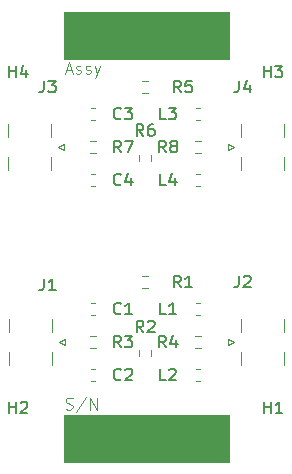
<source format=gbr>
%TF.GenerationSoftware,KiCad,Pcbnew,8.0.5-8.0.5-0~ubuntu22.04.1*%
%TF.CreationDate,2025-01-06T19:31:02-03:00*%
%TF.ProjectId,preenfasis,70726565-6e66-4617-9369-732e6b696361,v1.1*%
%TF.SameCoordinates,Original*%
%TF.FileFunction,Legend,Top*%
%TF.FilePolarity,Positive*%
%FSLAX46Y46*%
G04 Gerber Fmt 4.6, Leading zero omitted, Abs format (unit mm)*
G04 Created by KiCad (PCBNEW 8.0.5-8.0.5-0~ubuntu22.04.1) date 2025-01-06 19:31:02*
%MOMM*%
%LPD*%
G01*
G04 APERTURE LIST*
%ADD10C,0.100000*%
%ADD11C,0.150000*%
%ADD12C,0.120000*%
G04 APERTURE END LIST*
D10*
X105500000Y-95060000D02*
X119500000Y-95060000D01*
X119500000Y-99060000D01*
X105500000Y-99060000D01*
X105500000Y-95060000D01*
G36*
X105500000Y-95060000D02*
G01*
X119500000Y-95060000D01*
X119500000Y-99060000D01*
X105500000Y-99060000D01*
X105500000Y-95060000D01*
G37*
X105500000Y-60960000D02*
X119500000Y-60960000D01*
X119500000Y-64960000D01*
X105500000Y-64960000D01*
X105500000Y-60960000D01*
G36*
X105500000Y-60960000D02*
G01*
X119500000Y-60960000D01*
X119500000Y-64960000D01*
X105500000Y-64960000D01*
X105500000Y-60960000D01*
G37*
X105666265Y-65880704D02*
X106142455Y-65880704D01*
X105571027Y-66166419D02*
X105904360Y-65166419D01*
X105904360Y-65166419D02*
X106237693Y-66166419D01*
X106523408Y-66118800D02*
X106618646Y-66166419D01*
X106618646Y-66166419D02*
X106809122Y-66166419D01*
X106809122Y-66166419D02*
X106904360Y-66118800D01*
X106904360Y-66118800D02*
X106951979Y-66023561D01*
X106951979Y-66023561D02*
X106951979Y-65975942D01*
X106951979Y-65975942D02*
X106904360Y-65880704D01*
X106904360Y-65880704D02*
X106809122Y-65833085D01*
X106809122Y-65833085D02*
X106666265Y-65833085D01*
X106666265Y-65833085D02*
X106571027Y-65785466D01*
X106571027Y-65785466D02*
X106523408Y-65690228D01*
X106523408Y-65690228D02*
X106523408Y-65642609D01*
X106523408Y-65642609D02*
X106571027Y-65547371D01*
X106571027Y-65547371D02*
X106666265Y-65499752D01*
X106666265Y-65499752D02*
X106809122Y-65499752D01*
X106809122Y-65499752D02*
X106904360Y-65547371D01*
X107332932Y-66118800D02*
X107428170Y-66166419D01*
X107428170Y-66166419D02*
X107618646Y-66166419D01*
X107618646Y-66166419D02*
X107713884Y-66118800D01*
X107713884Y-66118800D02*
X107761503Y-66023561D01*
X107761503Y-66023561D02*
X107761503Y-65975942D01*
X107761503Y-65975942D02*
X107713884Y-65880704D01*
X107713884Y-65880704D02*
X107618646Y-65833085D01*
X107618646Y-65833085D02*
X107475789Y-65833085D01*
X107475789Y-65833085D02*
X107380551Y-65785466D01*
X107380551Y-65785466D02*
X107332932Y-65690228D01*
X107332932Y-65690228D02*
X107332932Y-65642609D01*
X107332932Y-65642609D02*
X107380551Y-65547371D01*
X107380551Y-65547371D02*
X107475789Y-65499752D01*
X107475789Y-65499752D02*
X107618646Y-65499752D01*
X107618646Y-65499752D02*
X107713884Y-65547371D01*
X108094837Y-65499752D02*
X108332932Y-66166419D01*
X108571027Y-65499752D02*
X108332932Y-66166419D01*
X108332932Y-66166419D02*
X108237694Y-66404514D01*
X108237694Y-66404514D02*
X108190075Y-66452133D01*
X108190075Y-66452133D02*
X108094837Y-66499752D01*
X105666265Y-94566800D02*
X105809122Y-94614419D01*
X105809122Y-94614419D02*
X106047217Y-94614419D01*
X106047217Y-94614419D02*
X106142455Y-94566800D01*
X106142455Y-94566800D02*
X106190074Y-94519180D01*
X106190074Y-94519180D02*
X106237693Y-94423942D01*
X106237693Y-94423942D02*
X106237693Y-94328704D01*
X106237693Y-94328704D02*
X106190074Y-94233466D01*
X106190074Y-94233466D02*
X106142455Y-94185847D01*
X106142455Y-94185847D02*
X106047217Y-94138228D01*
X106047217Y-94138228D02*
X105856741Y-94090609D01*
X105856741Y-94090609D02*
X105761503Y-94042990D01*
X105761503Y-94042990D02*
X105713884Y-93995371D01*
X105713884Y-93995371D02*
X105666265Y-93900133D01*
X105666265Y-93900133D02*
X105666265Y-93804895D01*
X105666265Y-93804895D02*
X105713884Y-93709657D01*
X105713884Y-93709657D02*
X105761503Y-93662038D01*
X105761503Y-93662038D02*
X105856741Y-93614419D01*
X105856741Y-93614419D02*
X106094836Y-93614419D01*
X106094836Y-93614419D02*
X106237693Y-93662038D01*
X107380550Y-93566800D02*
X106523408Y-94852514D01*
X107713884Y-94614419D02*
X107713884Y-93614419D01*
X107713884Y-93614419D02*
X108285312Y-94614419D01*
X108285312Y-94614419D02*
X108285312Y-93614419D01*
D11*
X114133333Y-92148819D02*
X113657143Y-92148819D01*
X113657143Y-92148819D02*
X113657143Y-91148819D01*
X114419048Y-91244057D02*
X114466667Y-91196438D01*
X114466667Y-91196438D02*
X114561905Y-91148819D01*
X114561905Y-91148819D02*
X114800000Y-91148819D01*
X114800000Y-91148819D02*
X114895238Y-91196438D01*
X114895238Y-91196438D02*
X114942857Y-91244057D01*
X114942857Y-91244057D02*
X114990476Y-91339295D01*
X114990476Y-91339295D02*
X114990476Y-91434533D01*
X114990476Y-91434533D02*
X114942857Y-91577390D01*
X114942857Y-91577390D02*
X114371429Y-92148819D01*
X114371429Y-92148819D02*
X114990476Y-92148819D01*
X110323333Y-72844819D02*
X109990000Y-72368628D01*
X109751905Y-72844819D02*
X109751905Y-71844819D01*
X109751905Y-71844819D02*
X110132857Y-71844819D01*
X110132857Y-71844819D02*
X110228095Y-71892438D01*
X110228095Y-71892438D02*
X110275714Y-71940057D01*
X110275714Y-71940057D02*
X110323333Y-72035295D01*
X110323333Y-72035295D02*
X110323333Y-72178152D01*
X110323333Y-72178152D02*
X110275714Y-72273390D01*
X110275714Y-72273390D02*
X110228095Y-72321009D01*
X110228095Y-72321009D02*
X110132857Y-72368628D01*
X110132857Y-72368628D02*
X109751905Y-72368628D01*
X110656667Y-71844819D02*
X111323333Y-71844819D01*
X111323333Y-71844819D02*
X110894762Y-72844819D01*
X122428095Y-66494819D02*
X122428095Y-65494819D01*
X122428095Y-65971009D02*
X122999523Y-65971009D01*
X122999523Y-66494819D02*
X122999523Y-65494819D01*
X123380476Y-65494819D02*
X123999523Y-65494819D01*
X123999523Y-65494819D02*
X123666190Y-65875771D01*
X123666190Y-65875771D02*
X123809047Y-65875771D01*
X123809047Y-65875771D02*
X123904285Y-65923390D01*
X123904285Y-65923390D02*
X123951904Y-65971009D01*
X123951904Y-65971009D02*
X123999523Y-66066247D01*
X123999523Y-66066247D02*
X123999523Y-66304342D01*
X123999523Y-66304342D02*
X123951904Y-66399580D01*
X123951904Y-66399580D02*
X123904285Y-66447200D01*
X123904285Y-66447200D02*
X123809047Y-66494819D01*
X123809047Y-66494819D02*
X123523333Y-66494819D01*
X123523333Y-66494819D02*
X123428095Y-66447200D01*
X123428095Y-66447200D02*
X123380476Y-66399580D01*
X114133333Y-86560819D02*
X113657143Y-86560819D01*
X113657143Y-86560819D02*
X113657143Y-85560819D01*
X114990476Y-86560819D02*
X114419048Y-86560819D01*
X114704762Y-86560819D02*
X114704762Y-85560819D01*
X114704762Y-85560819D02*
X114609524Y-85703676D01*
X114609524Y-85703676D02*
X114514286Y-85798914D01*
X114514286Y-85798914D02*
X114419048Y-85846533D01*
X114133333Y-72844819D02*
X113800000Y-72368628D01*
X113561905Y-72844819D02*
X113561905Y-71844819D01*
X113561905Y-71844819D02*
X113942857Y-71844819D01*
X113942857Y-71844819D02*
X114038095Y-71892438D01*
X114038095Y-71892438D02*
X114085714Y-71940057D01*
X114085714Y-71940057D02*
X114133333Y-72035295D01*
X114133333Y-72035295D02*
X114133333Y-72178152D01*
X114133333Y-72178152D02*
X114085714Y-72273390D01*
X114085714Y-72273390D02*
X114038095Y-72321009D01*
X114038095Y-72321009D02*
X113942857Y-72368628D01*
X113942857Y-72368628D02*
X113561905Y-72368628D01*
X114704762Y-72273390D02*
X114609524Y-72225771D01*
X114609524Y-72225771D02*
X114561905Y-72178152D01*
X114561905Y-72178152D02*
X114514286Y-72082914D01*
X114514286Y-72082914D02*
X114514286Y-72035295D01*
X114514286Y-72035295D02*
X114561905Y-71940057D01*
X114561905Y-71940057D02*
X114609524Y-71892438D01*
X114609524Y-71892438D02*
X114704762Y-71844819D01*
X114704762Y-71844819D02*
X114895238Y-71844819D01*
X114895238Y-71844819D02*
X114990476Y-71892438D01*
X114990476Y-71892438D02*
X115038095Y-71940057D01*
X115038095Y-71940057D02*
X115085714Y-72035295D01*
X115085714Y-72035295D02*
X115085714Y-72082914D01*
X115085714Y-72082914D02*
X115038095Y-72178152D01*
X115038095Y-72178152D02*
X114990476Y-72225771D01*
X114990476Y-72225771D02*
X114895238Y-72273390D01*
X114895238Y-72273390D02*
X114704762Y-72273390D01*
X114704762Y-72273390D02*
X114609524Y-72321009D01*
X114609524Y-72321009D02*
X114561905Y-72368628D01*
X114561905Y-72368628D02*
X114514286Y-72463866D01*
X114514286Y-72463866D02*
X114514286Y-72654342D01*
X114514286Y-72654342D02*
X114561905Y-72749580D01*
X114561905Y-72749580D02*
X114609524Y-72797200D01*
X114609524Y-72797200D02*
X114704762Y-72844819D01*
X114704762Y-72844819D02*
X114895238Y-72844819D01*
X114895238Y-72844819D02*
X114990476Y-72797200D01*
X114990476Y-72797200D02*
X115038095Y-72749580D01*
X115038095Y-72749580D02*
X115085714Y-72654342D01*
X115085714Y-72654342D02*
X115085714Y-72463866D01*
X115085714Y-72463866D02*
X115038095Y-72368628D01*
X115038095Y-72368628D02*
X114990476Y-72321009D01*
X114990476Y-72321009D02*
X114895238Y-72273390D01*
X114133333Y-89354819D02*
X113800000Y-88878628D01*
X113561905Y-89354819D02*
X113561905Y-88354819D01*
X113561905Y-88354819D02*
X113942857Y-88354819D01*
X113942857Y-88354819D02*
X114038095Y-88402438D01*
X114038095Y-88402438D02*
X114085714Y-88450057D01*
X114085714Y-88450057D02*
X114133333Y-88545295D01*
X114133333Y-88545295D02*
X114133333Y-88688152D01*
X114133333Y-88688152D02*
X114085714Y-88783390D01*
X114085714Y-88783390D02*
X114038095Y-88831009D01*
X114038095Y-88831009D02*
X113942857Y-88878628D01*
X113942857Y-88878628D02*
X113561905Y-88878628D01*
X114990476Y-88688152D02*
X114990476Y-89354819D01*
X114752381Y-88307200D02*
X114514286Y-89021485D01*
X114514286Y-89021485D02*
X115133333Y-89021485D01*
X112228333Y-88084819D02*
X111895000Y-87608628D01*
X111656905Y-88084819D02*
X111656905Y-87084819D01*
X111656905Y-87084819D02*
X112037857Y-87084819D01*
X112037857Y-87084819D02*
X112133095Y-87132438D01*
X112133095Y-87132438D02*
X112180714Y-87180057D01*
X112180714Y-87180057D02*
X112228333Y-87275295D01*
X112228333Y-87275295D02*
X112228333Y-87418152D01*
X112228333Y-87418152D02*
X112180714Y-87513390D01*
X112180714Y-87513390D02*
X112133095Y-87561009D01*
X112133095Y-87561009D02*
X112037857Y-87608628D01*
X112037857Y-87608628D02*
X111656905Y-87608628D01*
X112609286Y-87180057D02*
X112656905Y-87132438D01*
X112656905Y-87132438D02*
X112752143Y-87084819D01*
X112752143Y-87084819D02*
X112990238Y-87084819D01*
X112990238Y-87084819D02*
X113085476Y-87132438D01*
X113085476Y-87132438D02*
X113133095Y-87180057D01*
X113133095Y-87180057D02*
X113180714Y-87275295D01*
X113180714Y-87275295D02*
X113180714Y-87370533D01*
X113180714Y-87370533D02*
X113133095Y-87513390D01*
X113133095Y-87513390D02*
X112561667Y-88084819D01*
X112561667Y-88084819D02*
X113180714Y-88084819D01*
X100838095Y-66494819D02*
X100838095Y-65494819D01*
X100838095Y-65971009D02*
X101409523Y-65971009D01*
X101409523Y-66494819D02*
X101409523Y-65494819D01*
X102314285Y-65828152D02*
X102314285Y-66494819D01*
X102076190Y-65447200D02*
X101838095Y-66161485D01*
X101838095Y-66161485D02*
X102457142Y-66161485D01*
X103806666Y-66764819D02*
X103806666Y-67479104D01*
X103806666Y-67479104D02*
X103759047Y-67621961D01*
X103759047Y-67621961D02*
X103663809Y-67717200D01*
X103663809Y-67717200D02*
X103520952Y-67764819D01*
X103520952Y-67764819D02*
X103425714Y-67764819D01*
X104187619Y-66764819D02*
X104806666Y-66764819D01*
X104806666Y-66764819D02*
X104473333Y-67145771D01*
X104473333Y-67145771D02*
X104616190Y-67145771D01*
X104616190Y-67145771D02*
X104711428Y-67193390D01*
X104711428Y-67193390D02*
X104759047Y-67241009D01*
X104759047Y-67241009D02*
X104806666Y-67336247D01*
X104806666Y-67336247D02*
X104806666Y-67574342D01*
X104806666Y-67574342D02*
X104759047Y-67669580D01*
X104759047Y-67669580D02*
X104711428Y-67717200D01*
X104711428Y-67717200D02*
X104616190Y-67764819D01*
X104616190Y-67764819D02*
X104330476Y-67764819D01*
X104330476Y-67764819D02*
X104235238Y-67717200D01*
X104235238Y-67717200D02*
X104187619Y-67669580D01*
X110323333Y-92053580D02*
X110275714Y-92101200D01*
X110275714Y-92101200D02*
X110132857Y-92148819D01*
X110132857Y-92148819D02*
X110037619Y-92148819D01*
X110037619Y-92148819D02*
X109894762Y-92101200D01*
X109894762Y-92101200D02*
X109799524Y-92005961D01*
X109799524Y-92005961D02*
X109751905Y-91910723D01*
X109751905Y-91910723D02*
X109704286Y-91720247D01*
X109704286Y-91720247D02*
X109704286Y-91577390D01*
X109704286Y-91577390D02*
X109751905Y-91386914D01*
X109751905Y-91386914D02*
X109799524Y-91291676D01*
X109799524Y-91291676D02*
X109894762Y-91196438D01*
X109894762Y-91196438D02*
X110037619Y-91148819D01*
X110037619Y-91148819D02*
X110132857Y-91148819D01*
X110132857Y-91148819D02*
X110275714Y-91196438D01*
X110275714Y-91196438D02*
X110323333Y-91244057D01*
X110704286Y-91244057D02*
X110751905Y-91196438D01*
X110751905Y-91196438D02*
X110847143Y-91148819D01*
X110847143Y-91148819D02*
X111085238Y-91148819D01*
X111085238Y-91148819D02*
X111180476Y-91196438D01*
X111180476Y-91196438D02*
X111228095Y-91244057D01*
X111228095Y-91244057D02*
X111275714Y-91339295D01*
X111275714Y-91339295D02*
X111275714Y-91434533D01*
X111275714Y-91434533D02*
X111228095Y-91577390D01*
X111228095Y-91577390D02*
X110656667Y-92148819D01*
X110656667Y-92148819D02*
X111275714Y-92148819D01*
X115403333Y-84274819D02*
X115070000Y-83798628D01*
X114831905Y-84274819D02*
X114831905Y-83274819D01*
X114831905Y-83274819D02*
X115212857Y-83274819D01*
X115212857Y-83274819D02*
X115308095Y-83322438D01*
X115308095Y-83322438D02*
X115355714Y-83370057D01*
X115355714Y-83370057D02*
X115403333Y-83465295D01*
X115403333Y-83465295D02*
X115403333Y-83608152D01*
X115403333Y-83608152D02*
X115355714Y-83703390D01*
X115355714Y-83703390D02*
X115308095Y-83751009D01*
X115308095Y-83751009D02*
X115212857Y-83798628D01*
X115212857Y-83798628D02*
X114831905Y-83798628D01*
X116355714Y-84274819D02*
X115784286Y-84274819D01*
X116070000Y-84274819D02*
X116070000Y-83274819D01*
X116070000Y-83274819D02*
X115974762Y-83417676D01*
X115974762Y-83417676D02*
X115879524Y-83512914D01*
X115879524Y-83512914D02*
X115784286Y-83560533D01*
X110323333Y-86465580D02*
X110275714Y-86513200D01*
X110275714Y-86513200D02*
X110132857Y-86560819D01*
X110132857Y-86560819D02*
X110037619Y-86560819D01*
X110037619Y-86560819D02*
X109894762Y-86513200D01*
X109894762Y-86513200D02*
X109799524Y-86417961D01*
X109799524Y-86417961D02*
X109751905Y-86322723D01*
X109751905Y-86322723D02*
X109704286Y-86132247D01*
X109704286Y-86132247D02*
X109704286Y-85989390D01*
X109704286Y-85989390D02*
X109751905Y-85798914D01*
X109751905Y-85798914D02*
X109799524Y-85703676D01*
X109799524Y-85703676D02*
X109894762Y-85608438D01*
X109894762Y-85608438D02*
X110037619Y-85560819D01*
X110037619Y-85560819D02*
X110132857Y-85560819D01*
X110132857Y-85560819D02*
X110275714Y-85608438D01*
X110275714Y-85608438D02*
X110323333Y-85656057D01*
X111275714Y-86560819D02*
X110704286Y-86560819D01*
X110990000Y-86560819D02*
X110990000Y-85560819D01*
X110990000Y-85560819D02*
X110894762Y-85703676D01*
X110894762Y-85703676D02*
X110799524Y-85798914D01*
X110799524Y-85798914D02*
X110704286Y-85846533D01*
X110323333Y-69955580D02*
X110275714Y-70003200D01*
X110275714Y-70003200D02*
X110132857Y-70050819D01*
X110132857Y-70050819D02*
X110037619Y-70050819D01*
X110037619Y-70050819D02*
X109894762Y-70003200D01*
X109894762Y-70003200D02*
X109799524Y-69907961D01*
X109799524Y-69907961D02*
X109751905Y-69812723D01*
X109751905Y-69812723D02*
X109704286Y-69622247D01*
X109704286Y-69622247D02*
X109704286Y-69479390D01*
X109704286Y-69479390D02*
X109751905Y-69288914D01*
X109751905Y-69288914D02*
X109799524Y-69193676D01*
X109799524Y-69193676D02*
X109894762Y-69098438D01*
X109894762Y-69098438D02*
X110037619Y-69050819D01*
X110037619Y-69050819D02*
X110132857Y-69050819D01*
X110132857Y-69050819D02*
X110275714Y-69098438D01*
X110275714Y-69098438D02*
X110323333Y-69146057D01*
X110656667Y-69050819D02*
X111275714Y-69050819D01*
X111275714Y-69050819D02*
X110942381Y-69431771D01*
X110942381Y-69431771D02*
X111085238Y-69431771D01*
X111085238Y-69431771D02*
X111180476Y-69479390D01*
X111180476Y-69479390D02*
X111228095Y-69527009D01*
X111228095Y-69527009D02*
X111275714Y-69622247D01*
X111275714Y-69622247D02*
X111275714Y-69860342D01*
X111275714Y-69860342D02*
X111228095Y-69955580D01*
X111228095Y-69955580D02*
X111180476Y-70003200D01*
X111180476Y-70003200D02*
X111085238Y-70050819D01*
X111085238Y-70050819D02*
X110799524Y-70050819D01*
X110799524Y-70050819D02*
X110704286Y-70003200D01*
X110704286Y-70003200D02*
X110656667Y-69955580D01*
X114133333Y-70050819D02*
X113657143Y-70050819D01*
X113657143Y-70050819D02*
X113657143Y-69050819D01*
X114371429Y-69050819D02*
X114990476Y-69050819D01*
X114990476Y-69050819D02*
X114657143Y-69431771D01*
X114657143Y-69431771D02*
X114800000Y-69431771D01*
X114800000Y-69431771D02*
X114895238Y-69479390D01*
X114895238Y-69479390D02*
X114942857Y-69527009D01*
X114942857Y-69527009D02*
X114990476Y-69622247D01*
X114990476Y-69622247D02*
X114990476Y-69860342D01*
X114990476Y-69860342D02*
X114942857Y-69955580D01*
X114942857Y-69955580D02*
X114895238Y-70003200D01*
X114895238Y-70003200D02*
X114800000Y-70050819D01*
X114800000Y-70050819D02*
X114514286Y-70050819D01*
X114514286Y-70050819D02*
X114419048Y-70003200D01*
X114419048Y-70003200D02*
X114371429Y-69955580D01*
X115403333Y-67764819D02*
X115070000Y-67288628D01*
X114831905Y-67764819D02*
X114831905Y-66764819D01*
X114831905Y-66764819D02*
X115212857Y-66764819D01*
X115212857Y-66764819D02*
X115308095Y-66812438D01*
X115308095Y-66812438D02*
X115355714Y-66860057D01*
X115355714Y-66860057D02*
X115403333Y-66955295D01*
X115403333Y-66955295D02*
X115403333Y-67098152D01*
X115403333Y-67098152D02*
X115355714Y-67193390D01*
X115355714Y-67193390D02*
X115308095Y-67241009D01*
X115308095Y-67241009D02*
X115212857Y-67288628D01*
X115212857Y-67288628D02*
X114831905Y-67288628D01*
X116308095Y-66764819D02*
X115831905Y-66764819D01*
X115831905Y-66764819D02*
X115784286Y-67241009D01*
X115784286Y-67241009D02*
X115831905Y-67193390D01*
X115831905Y-67193390D02*
X115927143Y-67145771D01*
X115927143Y-67145771D02*
X116165238Y-67145771D01*
X116165238Y-67145771D02*
X116260476Y-67193390D01*
X116260476Y-67193390D02*
X116308095Y-67241009D01*
X116308095Y-67241009D02*
X116355714Y-67336247D01*
X116355714Y-67336247D02*
X116355714Y-67574342D01*
X116355714Y-67574342D02*
X116308095Y-67669580D01*
X116308095Y-67669580D02*
X116260476Y-67717200D01*
X116260476Y-67717200D02*
X116165238Y-67764819D01*
X116165238Y-67764819D02*
X115927143Y-67764819D01*
X115927143Y-67764819D02*
X115831905Y-67717200D01*
X115831905Y-67717200D02*
X115784286Y-67669580D01*
X122428095Y-94942819D02*
X122428095Y-93942819D01*
X122428095Y-94419009D02*
X122999523Y-94419009D01*
X122999523Y-94942819D02*
X122999523Y-93942819D01*
X123999523Y-94942819D02*
X123428095Y-94942819D01*
X123713809Y-94942819D02*
X123713809Y-93942819D01*
X123713809Y-93942819D02*
X123618571Y-94085676D01*
X123618571Y-94085676D02*
X123523333Y-94180914D01*
X123523333Y-94180914D02*
X123428095Y-94228533D01*
X120316666Y-83274819D02*
X120316666Y-83989104D01*
X120316666Y-83989104D02*
X120269047Y-84131961D01*
X120269047Y-84131961D02*
X120173809Y-84227200D01*
X120173809Y-84227200D02*
X120030952Y-84274819D01*
X120030952Y-84274819D02*
X119935714Y-84274819D01*
X120745238Y-83370057D02*
X120792857Y-83322438D01*
X120792857Y-83322438D02*
X120888095Y-83274819D01*
X120888095Y-83274819D02*
X121126190Y-83274819D01*
X121126190Y-83274819D02*
X121221428Y-83322438D01*
X121221428Y-83322438D02*
X121269047Y-83370057D01*
X121269047Y-83370057D02*
X121316666Y-83465295D01*
X121316666Y-83465295D02*
X121316666Y-83560533D01*
X121316666Y-83560533D02*
X121269047Y-83703390D01*
X121269047Y-83703390D02*
X120697619Y-84274819D01*
X120697619Y-84274819D02*
X121316666Y-84274819D01*
X112228333Y-71447819D02*
X111895000Y-70971628D01*
X111656905Y-71447819D02*
X111656905Y-70447819D01*
X111656905Y-70447819D02*
X112037857Y-70447819D01*
X112037857Y-70447819D02*
X112133095Y-70495438D01*
X112133095Y-70495438D02*
X112180714Y-70543057D01*
X112180714Y-70543057D02*
X112228333Y-70638295D01*
X112228333Y-70638295D02*
X112228333Y-70781152D01*
X112228333Y-70781152D02*
X112180714Y-70876390D01*
X112180714Y-70876390D02*
X112133095Y-70924009D01*
X112133095Y-70924009D02*
X112037857Y-70971628D01*
X112037857Y-70971628D02*
X111656905Y-70971628D01*
X113085476Y-70447819D02*
X112895000Y-70447819D01*
X112895000Y-70447819D02*
X112799762Y-70495438D01*
X112799762Y-70495438D02*
X112752143Y-70543057D01*
X112752143Y-70543057D02*
X112656905Y-70685914D01*
X112656905Y-70685914D02*
X112609286Y-70876390D01*
X112609286Y-70876390D02*
X112609286Y-71257342D01*
X112609286Y-71257342D02*
X112656905Y-71352580D01*
X112656905Y-71352580D02*
X112704524Y-71400200D01*
X112704524Y-71400200D02*
X112799762Y-71447819D01*
X112799762Y-71447819D02*
X112990238Y-71447819D01*
X112990238Y-71447819D02*
X113085476Y-71400200D01*
X113085476Y-71400200D02*
X113133095Y-71352580D01*
X113133095Y-71352580D02*
X113180714Y-71257342D01*
X113180714Y-71257342D02*
X113180714Y-71019247D01*
X113180714Y-71019247D02*
X113133095Y-70924009D01*
X113133095Y-70924009D02*
X113085476Y-70876390D01*
X113085476Y-70876390D02*
X112990238Y-70828771D01*
X112990238Y-70828771D02*
X112799762Y-70828771D01*
X112799762Y-70828771D02*
X112704524Y-70876390D01*
X112704524Y-70876390D02*
X112656905Y-70924009D01*
X112656905Y-70924009D02*
X112609286Y-71019247D01*
X120316666Y-66764819D02*
X120316666Y-67479104D01*
X120316666Y-67479104D02*
X120269047Y-67621961D01*
X120269047Y-67621961D02*
X120173809Y-67717200D01*
X120173809Y-67717200D02*
X120030952Y-67764819D01*
X120030952Y-67764819D02*
X119935714Y-67764819D01*
X121221428Y-67098152D02*
X121221428Y-67764819D01*
X120983333Y-66717200D02*
X120745238Y-67431485D01*
X120745238Y-67431485D02*
X121364285Y-67431485D01*
X103806666Y-83528819D02*
X103806666Y-84243104D01*
X103806666Y-84243104D02*
X103759047Y-84385961D01*
X103759047Y-84385961D02*
X103663809Y-84481200D01*
X103663809Y-84481200D02*
X103520952Y-84528819D01*
X103520952Y-84528819D02*
X103425714Y-84528819D01*
X104806666Y-84528819D02*
X104235238Y-84528819D01*
X104520952Y-84528819D02*
X104520952Y-83528819D01*
X104520952Y-83528819D02*
X104425714Y-83671676D01*
X104425714Y-83671676D02*
X104330476Y-83766914D01*
X104330476Y-83766914D02*
X104235238Y-83814533D01*
X100838095Y-94942819D02*
X100838095Y-93942819D01*
X100838095Y-94419009D02*
X101409523Y-94419009D01*
X101409523Y-94942819D02*
X101409523Y-93942819D01*
X101838095Y-94038057D02*
X101885714Y-93990438D01*
X101885714Y-93990438D02*
X101980952Y-93942819D01*
X101980952Y-93942819D02*
X102219047Y-93942819D01*
X102219047Y-93942819D02*
X102314285Y-93990438D01*
X102314285Y-93990438D02*
X102361904Y-94038057D01*
X102361904Y-94038057D02*
X102409523Y-94133295D01*
X102409523Y-94133295D02*
X102409523Y-94228533D01*
X102409523Y-94228533D02*
X102361904Y-94371390D01*
X102361904Y-94371390D02*
X101790476Y-94942819D01*
X101790476Y-94942819D02*
X102409523Y-94942819D01*
X110323333Y-75543580D02*
X110275714Y-75591200D01*
X110275714Y-75591200D02*
X110132857Y-75638819D01*
X110132857Y-75638819D02*
X110037619Y-75638819D01*
X110037619Y-75638819D02*
X109894762Y-75591200D01*
X109894762Y-75591200D02*
X109799524Y-75495961D01*
X109799524Y-75495961D02*
X109751905Y-75400723D01*
X109751905Y-75400723D02*
X109704286Y-75210247D01*
X109704286Y-75210247D02*
X109704286Y-75067390D01*
X109704286Y-75067390D02*
X109751905Y-74876914D01*
X109751905Y-74876914D02*
X109799524Y-74781676D01*
X109799524Y-74781676D02*
X109894762Y-74686438D01*
X109894762Y-74686438D02*
X110037619Y-74638819D01*
X110037619Y-74638819D02*
X110132857Y-74638819D01*
X110132857Y-74638819D02*
X110275714Y-74686438D01*
X110275714Y-74686438D02*
X110323333Y-74734057D01*
X111180476Y-74972152D02*
X111180476Y-75638819D01*
X110942381Y-74591200D02*
X110704286Y-75305485D01*
X110704286Y-75305485D02*
X111323333Y-75305485D01*
X110323333Y-89354819D02*
X109990000Y-88878628D01*
X109751905Y-89354819D02*
X109751905Y-88354819D01*
X109751905Y-88354819D02*
X110132857Y-88354819D01*
X110132857Y-88354819D02*
X110228095Y-88402438D01*
X110228095Y-88402438D02*
X110275714Y-88450057D01*
X110275714Y-88450057D02*
X110323333Y-88545295D01*
X110323333Y-88545295D02*
X110323333Y-88688152D01*
X110323333Y-88688152D02*
X110275714Y-88783390D01*
X110275714Y-88783390D02*
X110228095Y-88831009D01*
X110228095Y-88831009D02*
X110132857Y-88878628D01*
X110132857Y-88878628D02*
X109751905Y-88878628D01*
X110656667Y-88354819D02*
X111275714Y-88354819D01*
X111275714Y-88354819D02*
X110942381Y-88735771D01*
X110942381Y-88735771D02*
X111085238Y-88735771D01*
X111085238Y-88735771D02*
X111180476Y-88783390D01*
X111180476Y-88783390D02*
X111228095Y-88831009D01*
X111228095Y-88831009D02*
X111275714Y-88926247D01*
X111275714Y-88926247D02*
X111275714Y-89164342D01*
X111275714Y-89164342D02*
X111228095Y-89259580D01*
X111228095Y-89259580D02*
X111180476Y-89307200D01*
X111180476Y-89307200D02*
X111085238Y-89354819D01*
X111085238Y-89354819D02*
X110799524Y-89354819D01*
X110799524Y-89354819D02*
X110704286Y-89307200D01*
X110704286Y-89307200D02*
X110656667Y-89259580D01*
X114133333Y-75638819D02*
X113657143Y-75638819D01*
X113657143Y-75638819D02*
X113657143Y-74638819D01*
X114895238Y-74972152D02*
X114895238Y-75638819D01*
X114657143Y-74591200D02*
X114419048Y-75305485D01*
X114419048Y-75305485D02*
X115038095Y-75305485D01*
D12*
%TO.C,L2*%
X116668733Y-91184000D02*
X117011267Y-91184000D01*
X116668733Y-92204000D02*
X117011267Y-92204000D01*
%TO.C,R7*%
X107695276Y-71867500D02*
X108204724Y-71867500D01*
X107695276Y-72912500D02*
X108204724Y-72912500D01*
%TO.C,L1*%
X116668733Y-85596000D02*
X117011267Y-85596000D01*
X116668733Y-86616000D02*
X117011267Y-86616000D01*
%TO.C,R8*%
X116585276Y-71867500D02*
X117094724Y-71867500D01*
X116585276Y-72912500D02*
X117094724Y-72912500D01*
%TO.C,R4*%
X116585276Y-88377500D02*
X117094724Y-88377500D01*
X116585276Y-89422500D02*
X117094724Y-89422500D01*
%TO.C,R2*%
X111872500Y-89557776D02*
X111872500Y-90067224D01*
X112917500Y-89557776D02*
X112917500Y-90067224D01*
%TO.C,J3*%
X100743000Y-70440000D02*
X100743000Y-71550000D01*
X100743000Y-73230000D02*
X100743000Y-74340000D01*
X104453000Y-70440000D02*
X104453000Y-71550000D01*
X104453000Y-73230000D02*
X104453000Y-74340000D01*
X105003000Y-72390000D02*
X105503000Y-72640000D01*
X105503000Y-72140000D02*
X105003000Y-72390000D01*
X105503000Y-72640000D02*
X105503000Y-72140000D01*
%TO.C,C2*%
X107803733Y-91184000D02*
X108096267Y-91184000D01*
X107803733Y-92204000D02*
X108096267Y-92204000D01*
%TO.C,R1*%
X112140276Y-83297500D02*
X112649724Y-83297500D01*
X112140276Y-84342500D02*
X112649724Y-84342500D01*
%TO.C,C1*%
X107803733Y-85596000D02*
X108096267Y-85596000D01*
X107803733Y-86616000D02*
X108096267Y-86616000D01*
%TO.C,C3*%
X107803733Y-69086000D02*
X108096267Y-69086000D01*
X107803733Y-70106000D02*
X108096267Y-70106000D01*
%TO.C,L3*%
X116668733Y-69086000D02*
X117011267Y-69086000D01*
X116668733Y-70106000D02*
X117011267Y-70106000D01*
%TO.C,R5*%
X112140276Y-66787500D02*
X112649724Y-66787500D01*
X112140276Y-67832500D02*
X112649724Y-67832500D01*
%TO.C,J2*%
X119414000Y-88650000D02*
X119414000Y-89150000D01*
X119414000Y-89150000D02*
X119914000Y-88900000D01*
X119914000Y-88900000D02*
X119414000Y-88650000D01*
X120464000Y-88060000D02*
X120464000Y-86950000D01*
X120464000Y-90850000D02*
X120464000Y-89740000D01*
X124174000Y-88060000D02*
X124174000Y-86950000D01*
X124174000Y-90850000D02*
X124174000Y-89740000D01*
%TO.C,R6*%
X111872500Y-73047776D02*
X111872500Y-73557224D01*
X112917500Y-73047776D02*
X112917500Y-73557224D01*
%TO.C,J4*%
X119414000Y-72140000D02*
X119414000Y-72640000D01*
X119414000Y-72640000D02*
X119914000Y-72390000D01*
X119914000Y-72390000D02*
X119414000Y-72140000D01*
X120464000Y-71550000D02*
X120464000Y-70440000D01*
X120464000Y-74340000D02*
X120464000Y-73230000D01*
X124174000Y-71550000D02*
X124174000Y-70440000D01*
X124174000Y-74340000D02*
X124174000Y-73230000D01*
%TO.C,J1*%
X100816000Y-86950000D02*
X100816000Y-88060000D01*
X100816000Y-89740000D02*
X100816000Y-90850000D01*
X104526000Y-86950000D02*
X104526000Y-88060000D01*
X104526000Y-89740000D02*
X104526000Y-90850000D01*
X105076000Y-88900000D02*
X105576000Y-89150000D01*
X105576000Y-88650000D02*
X105076000Y-88900000D01*
X105576000Y-89150000D02*
X105576000Y-88650000D01*
%TO.C,C4*%
X107803733Y-74674000D02*
X108096267Y-74674000D01*
X107803733Y-75694000D02*
X108096267Y-75694000D01*
%TO.C,R3*%
X107695276Y-88377500D02*
X108204724Y-88377500D01*
X107695276Y-89422500D02*
X108204724Y-89422500D01*
%TO.C,L4*%
X116668733Y-74674000D02*
X117011267Y-74674000D01*
X116668733Y-75694000D02*
X117011267Y-75694000D01*
%TD*%
M02*

</source>
